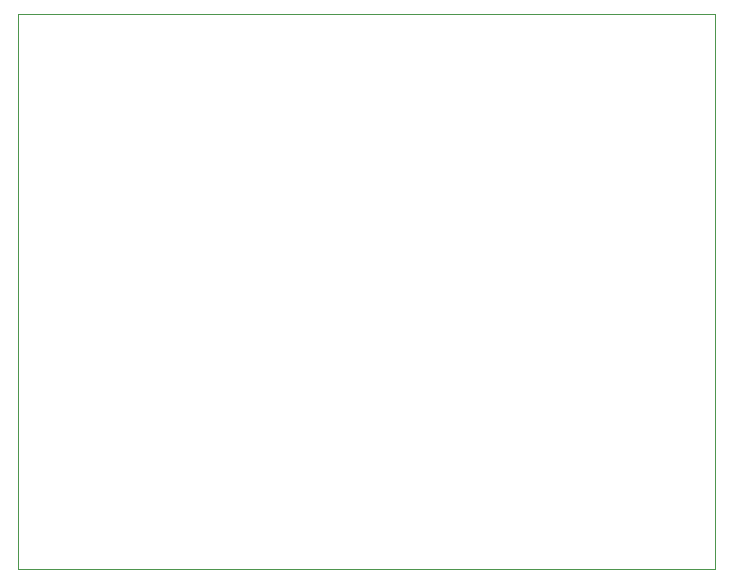
<source format=gbr>
%TF.GenerationSoftware,KiCad,Pcbnew,5.1.6-c6e7f7d~87~ubuntu18.04.1*%
%TF.CreationDate,2022-02-07T12:13:50+00:00*%
%TF.ProjectId,wifiboard-v4,77696669-626f-4617-9264-2d76342e6b69,rev?*%
%TF.SameCoordinates,Original*%
%TF.FileFunction,Profile,NP*%
%FSLAX46Y46*%
G04 Gerber Fmt 4.6, Leading zero omitted, Abs format (unit mm)*
G04 Created by KiCad (PCBNEW 5.1.6-c6e7f7d~87~ubuntu18.04.1) date 2022-02-07 12:13:50*
%MOMM*%
%LPD*%
G01*
G04 APERTURE LIST*
%TA.AperFunction,Profile*%
%ADD10C,0.050000*%
%TD*%
G04 APERTURE END LIST*
D10*
X20000000Y-179000000D02*
X20000000Y-132000000D01*
X79000000Y-179000000D02*
X20000000Y-179000000D01*
X79000000Y-132000000D02*
X79000000Y-179000000D01*
X20000000Y-132000000D02*
X79000000Y-132000000D01*
M02*

</source>
